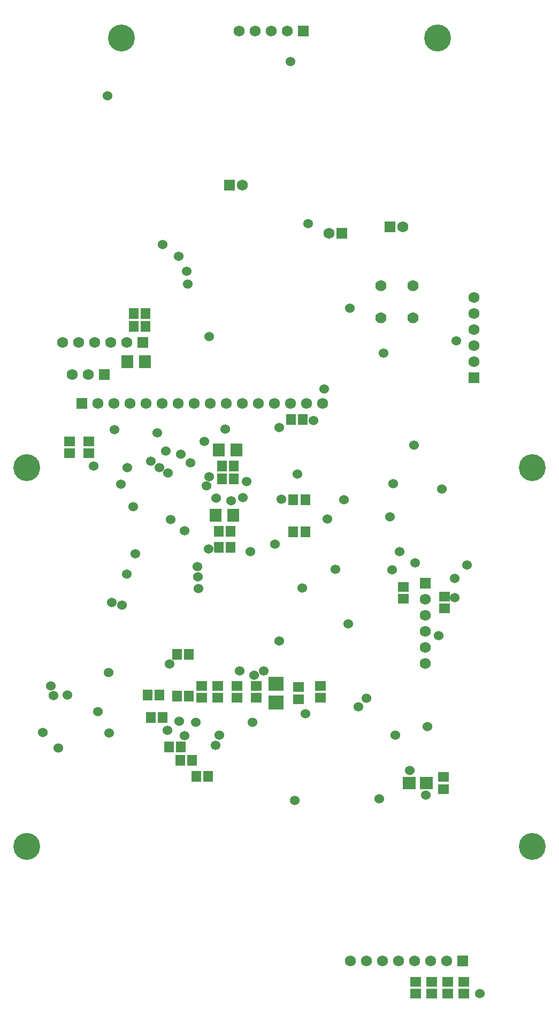
<source format=gbs>
%FSLAX25Y25*%
%MOIN*%
G70*
G01*
G75*
G04 Layer_Color=16711935*
%ADD10R,0.03150X0.06299*%
%ADD11O,0.12598X0.02362*%
%ADD12R,0.00945X0.11811*%
%ADD13R,0.11811X0.00945*%
%ADD14O,0.11811X0.00945*%
%ADD15R,0.03937X0.04331*%
%ADD16R,0.05906X0.05118*%
%ADD17R,0.05118X0.05906*%
%ADD18R,0.09449X0.07087*%
%ADD19R,0.07874X0.04724*%
%ADD20R,0.08268X0.02362*%
%ADD21R,0.17716X0.19685*%
%ADD22R,0.08661X0.11811*%
%ADD23R,0.11024X0.07874*%
%ADD24R,0.06299X0.03150*%
%ADD25R,0.11000X0.15000*%
%ADD26R,0.10984X0.11811*%
%ADD27R,0.06496X0.04724*%
%ADD28R,0.06496X0.04528*%
%ADD29R,0.06299X0.10630*%
%ADD30R,0.10236X0.09449*%
%ADD31R,0.06299X0.07087*%
%ADD32R,0.07087X0.06299*%
%ADD33R,0.08661X0.13386*%
%ADD34R,0.04528X0.06496*%
%ADD35R,0.04724X0.06496*%
%ADD36R,0.07874X0.01378*%
%ADD37O,0.07874X0.01378*%
%ADD38R,0.06500X0.11201*%
%ADD39R,0.09055X0.05906*%
%ADD40R,0.09055X0.05906*%
%ADD41R,0.09055X0.09055*%
%ADD42R,0.05512X0.14961*%
%ADD43R,0.07284X0.01575*%
%ADD44R,0.23622X0.23622*%
%ADD45O,0.00669X0.05709*%
%ADD46R,0.00669X0.05709*%
%ADD47C,0.02500*%
%ADD48C,0.01000*%
%ADD49C,0.00800*%
%ADD50C,0.00600*%
%ADD51C,0.00661*%
%ADD52C,0.00700*%
%ADD53C,0.02205*%
%ADD54C,0.01654*%
%ADD55C,0.00965*%
%ADD56C,0.01102*%
%ADD57C,0.00900*%
%ADD58C,0.05906*%
%ADD59R,0.05906X0.05906*%
%ADD60C,0.06000*%
%ADD61R,0.05906X0.05906*%
%ADD62C,0.15748*%
%ADD63C,0.05000*%
%ADD64R,0.08661X0.07874*%
%ADD65C,0.00984*%
%ADD66C,0.01200*%
%ADD67C,0.00787*%
%ADD68C,0.01575*%
%ADD69C,0.00591*%
%ADD70R,0.04150X0.07299*%
%ADD71O,0.13598X0.03362*%
%ADD72R,0.01945X0.12811*%
%ADD73R,0.12811X0.01945*%
%ADD74O,0.12811X0.01945*%
%ADD75R,0.04937X0.05331*%
%ADD76R,0.06906X0.06118*%
%ADD77R,0.06118X0.06906*%
%ADD78R,0.10449X0.08087*%
%ADD79R,0.08874X0.05724*%
%ADD80R,0.09268X0.03362*%
%ADD81R,0.18717X0.20685*%
%ADD82R,0.09661X0.12811*%
%ADD83R,0.12024X0.08874*%
%ADD84R,0.07299X0.04150*%
%ADD85R,0.12000X0.16000*%
%ADD86R,0.11984X0.12811*%
%ADD87R,0.07496X0.05724*%
%ADD88R,0.07496X0.05528*%
%ADD89R,0.07299X0.11630*%
%ADD90R,0.11236X0.10449*%
%ADD91R,0.07299X0.08087*%
%ADD92R,0.08087X0.07299*%
%ADD93R,0.09661X0.14386*%
%ADD94R,0.05528X0.07496*%
%ADD95R,0.05724X0.07496*%
%ADD96R,0.08874X0.02378*%
%ADD97O,0.08874X0.02378*%
%ADD98R,0.07500X0.12201*%
%ADD99R,0.10055X0.06906*%
%ADD100R,0.10055X0.06906*%
%ADD101R,0.10055X0.10055*%
%ADD102R,0.06512X0.15961*%
%ADD103R,0.08283X0.02575*%
%ADD104R,0.24622X0.24622*%
%ADD105O,0.01669X0.06709*%
%ADD106R,0.01669X0.06709*%
%ADD107C,0.06906*%
%ADD108R,0.06906X0.06906*%
%ADD109C,0.07000*%
%ADD110R,0.06906X0.06906*%
%ADD111C,0.16748*%
%ADD112R,0.09661X0.08874*%
D60*
X474500Y561500D02*
D03*
X375000Y691000D02*
D03*
X459000Y680000D02*
D03*
X305200Y502500D02*
D03*
X391400Y512600D02*
D03*
X227722Y501166D02*
D03*
X237500Y491387D02*
D03*
X382100Y918900D02*
D03*
X345000Y645500D02*
D03*
X499900Y338260D02*
D03*
X354700Y657500D02*
D03*
X365200Y539400D02*
D03*
X232750Y530000D02*
D03*
X268000Y897800D02*
D03*
X447453Y499500D02*
D03*
X337700Y499200D02*
D03*
X466500Y462000D02*
D03*
X456500Y477500D02*
D03*
X335396Y492900D02*
D03*
X358500Y507300D02*
D03*
X467453Y504800D02*
D03*
X372500Y618500D02*
D03*
X276500Y655800D02*
D03*
X284100Y641733D02*
D03*
X317500Y788500D02*
D03*
X318000Y780500D02*
D03*
X312200Y797700D02*
D03*
X302200Y805000D02*
D03*
X404900Y634000D02*
D03*
X306700Y543800D02*
D03*
X323000Y507500D02*
D03*
X485300Y745100D02*
D03*
X269100Y500800D02*
D03*
X261900Y514000D02*
D03*
X312700Y508100D02*
D03*
X393000Y818000D02*
D03*
X396500Y695300D02*
D03*
X403000Y715000D02*
D03*
X417900Y568600D02*
D03*
X319677Y668923D02*
D03*
X429400Y522500D02*
D03*
X295100Y669900D02*
D03*
X424500Y517000D02*
D03*
X313600Y674500D02*
D03*
X304500Y676500D02*
D03*
X259500Y667000D02*
D03*
X276900Y580400D02*
D03*
X328364Y682500D02*
D03*
X272500Y689600D02*
D03*
X270800Y581900D02*
D03*
X331100Y615300D02*
D03*
X234500Y524000D02*
D03*
X384579Y458650D02*
D03*
X243000Y524300D02*
D03*
X352500Y647500D02*
D03*
X300300Y665900D02*
D03*
X280500D02*
D03*
X280100Y599600D02*
D03*
X350300Y539200D02*
D03*
X305800Y662700D02*
D03*
X299100Y687600D02*
D03*
X285500Y612300D02*
D03*
X375100Y558100D02*
D03*
X437500Y459800D02*
D03*
X316000Y499000D02*
D03*
X329571Y654571D02*
D03*
X316100Y626600D02*
D03*
X324400Y598100D02*
D03*
X409900Y602547D02*
D03*
X359500Y536700D02*
D03*
X268693Y538300D02*
D03*
X389500Y591000D02*
D03*
X324700Y590800D02*
D03*
X307500Y633800D02*
D03*
X335701Y647101D02*
D03*
X476500Y652600D02*
D03*
X331500Y747700D02*
D03*
X341400Y690100D02*
D03*
X331500Y660500D02*
D03*
X459700Y606800D02*
D03*
X445300Y602200D02*
D03*
X323886Y604281D02*
D03*
X357017Y613800D02*
D03*
X449900D02*
D03*
X443900Y635500D02*
D03*
X492000Y605242D02*
D03*
X440100Y737500D02*
D03*
X419000Y765500D02*
D03*
X386500Y662000D02*
D03*
X376500Y646500D02*
D03*
X484300Y597100D02*
D03*
Y585100D02*
D03*
X446000Y656063D02*
D03*
X415500Y646000D02*
D03*
D76*
X490000Y338260D02*
D03*
Y345740D02*
D03*
X480000Y338260D02*
D03*
Y345740D02*
D03*
X470000Y338260D02*
D03*
Y345740D02*
D03*
X460000Y338260D02*
D03*
Y345740D02*
D03*
X256394Y682441D02*
D03*
Y674961D02*
D03*
X244394Y682441D02*
D03*
Y674961D02*
D03*
X478000Y578260D02*
D03*
Y585740D02*
D03*
X400701Y522567D02*
D03*
Y530047D02*
D03*
X326701Y522567D02*
D03*
Y530047D02*
D03*
X336701Y522567D02*
D03*
Y530047D02*
D03*
X348701Y522567D02*
D03*
Y530047D02*
D03*
X360701Y522567D02*
D03*
Y530047D02*
D03*
X452500Y591740D02*
D03*
Y584260D02*
D03*
X386953Y529287D02*
D03*
Y521807D02*
D03*
X477453Y473287D02*
D03*
Y465807D02*
D03*
D77*
X292961Y524307D02*
D03*
X300441D02*
D03*
X294961Y510307D02*
D03*
X302441D02*
D03*
X337260Y626234D02*
D03*
X344740D02*
D03*
X346740Y659000D02*
D03*
X339260D02*
D03*
X284260Y754000D02*
D03*
X291740D02*
D03*
X337260Y616234D02*
D03*
X344740D02*
D03*
X346740Y667000D02*
D03*
X339260D02*
D03*
X284260Y762000D02*
D03*
X291740D02*
D03*
X391240Y646000D02*
D03*
X383760D02*
D03*
X391240Y626000D02*
D03*
X383760D02*
D03*
X389740Y696000D02*
D03*
X382260D02*
D03*
X306260Y492000D02*
D03*
X313740D02*
D03*
X313213Y483547D02*
D03*
X320693D02*
D03*
X323213Y473547D02*
D03*
X330693D02*
D03*
X311213Y549547D02*
D03*
X318693D02*
D03*
Y523547D02*
D03*
X311213D02*
D03*
D91*
X346512Y636234D02*
D03*
X335488D02*
D03*
X291512Y732000D02*
D03*
X280488D02*
D03*
X348512Y677000D02*
D03*
X337488D02*
D03*
D103*
X456138Y472106D02*
D03*
Y469547D02*
D03*
Y466988D02*
D03*
X466768D02*
D03*
Y469547D02*
D03*
Y472106D02*
D03*
D107*
X451874Y816000D02*
D03*
X351874Y842000D02*
D03*
X496500Y772000D02*
D03*
Y762000D02*
D03*
Y752000D02*
D03*
Y742000D02*
D03*
Y732000D02*
D03*
X479394Y358701D02*
D03*
X469394D02*
D03*
X459394D02*
D03*
X449394D02*
D03*
X439394D02*
D03*
X429394D02*
D03*
X419394D02*
D03*
X256000Y724000D02*
D03*
X246000D02*
D03*
X280000Y744000D02*
D03*
X270000D02*
D03*
X260000D02*
D03*
X250000D02*
D03*
X240000D02*
D03*
X350000Y938000D02*
D03*
X360000D02*
D03*
X370000D02*
D03*
X380000D02*
D03*
X466000Y584000D02*
D03*
Y574000D02*
D03*
Y564000D02*
D03*
Y554000D02*
D03*
Y544000D02*
D03*
X402000Y706000D02*
D03*
X392000D02*
D03*
X382000D02*
D03*
X372000D02*
D03*
X362000D02*
D03*
X352000D02*
D03*
X342000D02*
D03*
X332000D02*
D03*
X322000D02*
D03*
X312000D02*
D03*
X302000D02*
D03*
X292000D02*
D03*
X282000D02*
D03*
X272000D02*
D03*
X262000D02*
D03*
X406126Y812000D02*
D03*
D108*
X444000Y816000D02*
D03*
X344000Y842000D02*
D03*
X489394Y358701D02*
D03*
X266000Y724000D02*
D03*
X290000Y744000D02*
D03*
X390000Y938000D02*
D03*
X252000Y706000D02*
D03*
X414000Y812000D02*
D03*
D109*
X458500Y779500D02*
D03*
X438500Y759500D02*
D03*
X458500D02*
D03*
X438500Y779500D02*
D03*
D110*
X496500Y722000D02*
D03*
X466000Y594000D02*
D03*
D111*
X276800Y933800D02*
D03*
X473600D02*
D03*
X217700Y666100D02*
D03*
X532700D02*
D03*
Y429900D02*
D03*
X217700D02*
D03*
D112*
X372953Y531453D02*
D03*
Y519642D02*
D03*
M02*

</source>
